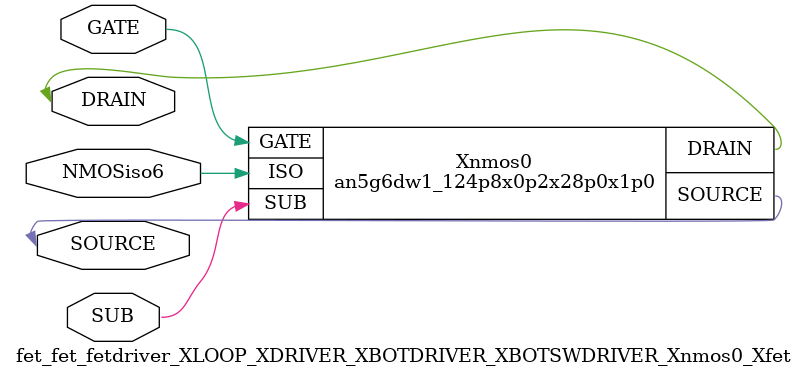
<source format=v>

module an5g6dw1_124p8x0p2x28p0x1p0 (DRAIN,GATE,SOURCE,ISO,SUB);
input GATE;
input ISO;
input SUB;
inout SOURCE;
inout DRAIN;
endmodule

//Celera Confidential Do Not Copy fet_fet_fetdriver_XLOOP_XDRIVER_XBOTDRIVER_XBOTSWDRIVER_Xnmos0_Xfet
//Celera Confidential Symbol Generator
//power NMOS:Ron:1.000 Ohm
//Vgs 6V Vds 6V
//Kelvin:no

module fet_fet_fetdriver_XLOOP_XDRIVER_XBOTDRIVER_XBOTSWDRIVER_Xnmos0_Xfet (GATE,SOURCE,DRAIN,NMOSiso6,SUB);
input GATE;
inout SOURCE;
inout DRAIN;
input SUB;
input NMOSiso6;

//Celera Confidential Do Not Copy an5g6dw1_124p8x0p2x28p0x1p0
an5g6dw1_124p8x0p2x28p0x1p0 Xnmos0(
.DRAIN (DRAIN),
.GATE (GATE),
.SOURCE (SOURCE),
.ISO (NMOSiso6),
.SUB (SUB)
);
//,diesize,an5g6dw1_124p8x0p2x28p0x1p0

//Celera Confidential Do Not Copy Module End
//Celera Schematic Generator
endmodule

</source>
